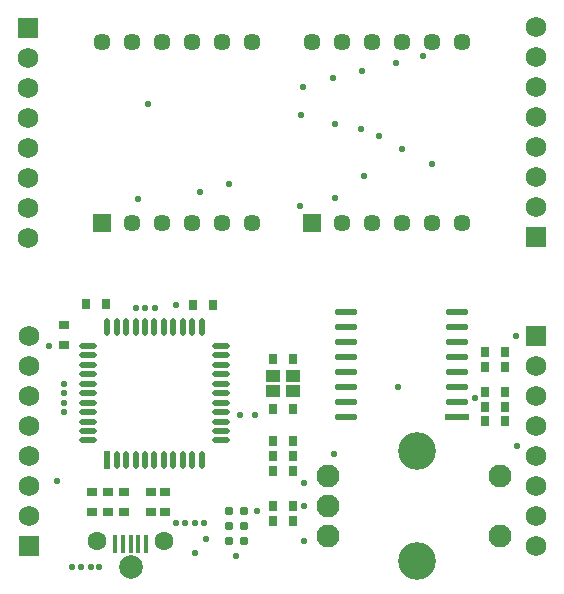
<source format=gts>
%FSLAX33Y33*%
%MOMM*%
%AMRect-W670710-H870710-RO0.500*
21,1,0.67071,0.87071,0.,0.,270*%
%AMRect-W670710-H870710-RO1.500*
21,1,0.67071,0.87071,0.,0.,90*%
%AMRect-W670710-H870710-RO1.000*
21,1,0.67071,0.87071,0.,0.,180*%
%AMRect-W1980000-H530000-RO1.000*
21,1,1.98,0.53,0.,0.,180*%
%AMRR-H530000-W1980000-R265000-RO1.000*
21,1,1.45,0.53,0.,0.,180*
1,1,0.53,0.725,-0.*
1,1,0.53,-0.725,-0.*
1,1,0.53,-0.725,0.*
1,1,0.53,0.725,0.*%
%AMRect-W1488281-H525831-RO1.500*
21,1,1.488281,0.525831,0.,0.,90*%
%AMRR-H525831-W1488281-R262915-RO1.500*
21,1,0.962451,0.525831,0.,0.,90*
21,1,1.488281,0.000001,0.,0.,90*
1,1,0.52583,-0.0000005,-0.4812255*
1,1,0.52583,-0.0000005,0.4812255*
1,1,0.52583,0.0000005,0.4812255*
1,1,0.52583,0.0000005,-0.4812255*%
%AMRR-H1488281-W525831-R262915-RO1.500*
21,1,0.000001,1.488281,0.,0.,90*
21,1,0.525831,0.962451,0.,0.,90*
1,1,0.52583,-0.4812255,-0.0000005*
1,1,0.52583,-0.4812255,0.0000005*
1,1,0.52583,0.4812255,0.0000005*
1,1,0.52583,0.4812255,-0.0000005*%
%AMRect-W1750000-H1750000-RO1.000*
21,1,1.75,1.75,0.,0.,180*%
%AMRect-W1450000-H1450000-RO1.500*
21,1,1.45,1.45,0.,0.,90*%
%ADD10C,0.5588*%
%ADD11R,0.67071X0.87071*%
%ADD12Rect-W670710-H870710-RO0.500*%
%ADD13Rect-W670710-H870710-RO1.500*%
%ADD14R,1.75X1.75*%
%ADD15C,1.75*%
%ADD16Rect-W670710-H870710-RO1.000*%
%ADD17R,1.2X1.*%
%ADD18C,0.787*%
%ADD19C,1.6*%
%ADD20R,0.45X1.5*%
%ADD21C,2.*%
%ADD22Rect-W1980000-H530000-RO1.000*%
%ADD23RR-H530000-W1980000-R265000-RO1.000*%
%ADD24C,1.949999*%
%ADD25C,3.2*%
%ADD26Rect-W1488281-H525831-RO1.500*%
%ADD27RR-H525831-W1488281-R262915-RO1.500*%
%ADD28RR-H1488281-W525831-R262915-RO1.500*%
%ADD29C,1.75*%
%ADD30Rect-W1750000-H1750000-RO1.000*%
%ADD31C,1.45*%
%ADD32Rect-W1450000-H1450000-RO1.500*%
D10*
%LNtop solder mask_traces*%
G01*
X6520Y14940D03*
X31883Y34960D03*
X36925Y45105D03*
X18500Y4165D03*
X26565Y40075D03*
X26829Y4050D03*
X26765Y42455D03*
X13360Y23750D03*
X44750Y21390D03*
X17573Y3014D03*
X34575Y44505D03*
X34800Y17085D03*
X44844Y12078D03*
X5237Y20540D03*
X6520Y16540D03*
X41300Y16100D03*
X17573Y5581D03*
X35135Y37250D03*
X6520Y17340D03*
X22850Y6560D03*
X31675Y38950D03*
X7200Y1864D03*
X17983Y33590D03*
X16023Y24050D03*
X5874Y9108D03*
X12773Y32975D03*
X16773Y5581D03*
X37675Y35975D03*
X13650Y41000D03*
X9499Y1864D03*
X21440Y14677D03*
X29443Y39302D03*
X12560Y23750D03*
X29385Y11400D03*
X33150Y38350D03*
X8750Y1864D03*
X14192Y23750D03*
X20508Y34240D03*
X29443Y33035D03*
X31765Y43850D03*
X21100Y2750D03*
X29295Y43205D03*
X22668Y14677D03*
X26829Y6990D03*
X7950Y1864D03*
X15995Y5581D03*
X26829Y8900D03*
X6520Y15740D03*
X18359Y5581D03*
X26505Y32380D03*
%LNtop solder mask component b91ffdef01e00872*%
D11*
X42175Y14169D03*
X43875Y14169D03*
%LNtop solder mask component 84cf0bd8b20b0987*%
D12*
X6520Y22312D03*
X6520Y20612D03*
%LNtop solder mask component ec25ffb4a5f22221*%
D11*
X24191Y5698D03*
X25891Y5698D03*
%LNtop solder mask component ddd6a926bc8c1dc3*%
D13*
X11585Y6500D03*
X11585Y8200D03*
%LNtop solder mask component bca8d065b4743895*%
D14*
X3500Y3610D03*
D15*
X3500Y6150D03*
X3500Y8690D03*
X3500Y11230D03*
X3500Y13770D03*
X3500Y16310D03*
X3500Y18850D03*
X3500Y21390D03*
%LNtop solder mask component fce28939f63c5dc8*%
D16*
X10088Y24075D03*
X8388Y24075D03*
%LNtop solder mask component 8c92817f578251b9*%
D13*
X13897Y6500D03*
X13897Y8200D03*
%LNtop solder mask component b727e9ed986f8142*%
D17*
X24170Y16700D03*
X25870Y16700D03*
X25870Y18000D03*
X24170Y18000D03*
%LNtop solder mask component d2a4fe636fd95985*%
D11*
X24191Y6990D03*
X25891Y6990D03*
%LNtop solder mask component debbb84a84d15ed6*%
D18*
X21735Y5290D03*
X20465Y6560D03*
X21735Y6560D03*
X20465Y5290D03*
X20465Y4020D03*
X21735Y4020D03*
%LNtop solder mask component abbcac8aa2df2ad2*%
D14*
X46460Y29770D03*
D15*
X46460Y32310D03*
X46460Y34850D03*
X46460Y37390D03*
X46460Y39930D03*
X46460Y42470D03*
X46460Y45010D03*
X46460Y47550D03*
%LNtop solder mask component b94161c78b1874cc*%
D19*
X9335Y4014D03*
D20*
X10835Y3764D03*
D21*
X12135Y1864D03*
D20*
X11485Y3764D03*
X13435Y3764D03*
D19*
X14935Y4014D03*
D20*
X12135Y3764D03*
X12785Y3764D03*
%LNtop solder mask component 51ec350bf9d700a2*%
D11*
X24170Y15233D03*
X25870Y15233D03*
%LNtop solder mask component 1511dc9a44b694e0*%
D16*
X25891Y9913D03*
X24191Y9913D03*
%LNtop solder mask component 12e2b8e352b79090*%
X25870Y19435D03*
X24170Y19435D03*
%LNtop solder mask component 3ba8622ba2662513*%
D11*
X42175Y18754D03*
X43875Y18754D03*
%LNtop solder mask component e813251b1ef1d0c8*%
D22*
X39745Y14545D03*
D23*
X39745Y15815D03*
X39745Y17085D03*
X39745Y18355D03*
X39745Y19625D03*
X39745Y20895D03*
X39745Y22165D03*
X39745Y23435D03*
X30375Y23435D03*
X30375Y22165D03*
X30375Y20895D03*
X30375Y19625D03*
X30375Y18355D03*
X30375Y17085D03*
X30375Y15815D03*
X30375Y14545D03*
%LNtop solder mask component 2d768b8b602cab3a*%
D13*
X15062Y6500D03*
X15062Y8200D03*
%LNtop solder mask component 48381ae9b0a13e44*%
D16*
X25891Y12455D03*
X24191Y12455D03*
%LNtop solder mask component 0f1de3bf73c6ccd1*%
X25891Y11185D03*
X24191Y11185D03*
%LNtop solder mask component 23b1068e5906a491*%
X19132Y24050D03*
X17432Y24050D03*
%LNtop solder mask component c3a2e014ce3ec141*%
D24*
X28885Y9490D03*
X28885Y6990D03*
X28885Y4490D03*
X43385Y9490D03*
X43385Y4490D03*
D25*
X36385Y11640D03*
X36385Y2340D03*
%LNtop solder mask component 7822d83bbbda28c0*%
D26*
X10160Y10899D03*
D27*
X10960Y10899D03*
X11760Y10899D03*
X12560Y10899D03*
X13360Y10899D03*
X14160Y10899D03*
X14960Y10899D03*
X15760Y10899D03*
X16560Y10899D03*
X17360Y10899D03*
X18160Y10899D03*
X18160Y22181D03*
X17360Y22181D03*
X16560Y22181D03*
X15760Y22181D03*
X14960Y22181D03*
X14160Y22181D03*
X13360Y22181D03*
X12560Y22181D03*
X11760Y22181D03*
X10960Y22181D03*
X10160Y22181D03*
D28*
X19801Y12540D03*
X19801Y13340D03*
X19801Y14140D03*
X19801Y14940D03*
X19801Y15740D03*
X19801Y16540D03*
X19801Y17340D03*
X19801Y18140D03*
X19801Y18940D03*
X19801Y19740D03*
X19801Y20540D03*
X8519Y20540D03*
X8519Y19740D03*
X8519Y18940D03*
X8519Y18140D03*
X8519Y17340D03*
X8519Y16540D03*
X8519Y15740D03*
X8519Y14940D03*
X8519Y14140D03*
X8519Y13340D03*
X8519Y12540D03*
%LNtop solder mask component 3c27278c148a2f04*%
D16*
X43875Y16650D03*
X42175Y16650D03*
%LNtop solder mask component c71e0ad25ac2378d*%
D29*
X3460Y44910D03*
X3460Y42370D03*
X3460Y39830D03*
X3460Y37290D03*
X3460Y34750D03*
X3460Y32210D03*
X3460Y29670D03*
D30*
X3460Y47450D03*
%LNtop solder mask component 5766e69468e6c804*%
D11*
X42175Y20024D03*
X43875Y20024D03*
%LNtop solder mask component ec5ddc3e9c6c7b47*%
D31*
X14805Y30970D03*
X19885Y30970D03*
X22425Y46270D03*
X17345Y46270D03*
X12265Y46270D03*
X12265Y30970D03*
X17345Y30970D03*
X22425Y30970D03*
X19885Y46270D03*
X14805Y46270D03*
X9725Y46270D03*
D32*
X9725Y30970D03*
%LNtop solder mask component b3b1496daab2cd3d*%
D11*
X42175Y15380D03*
X43875Y15380D03*
%LNtop solder mask component 12bee7e14ac3c08e*%
D29*
X46500Y18850D03*
X46500Y16310D03*
X46500Y13770D03*
X46500Y11230D03*
X46500Y8690D03*
X46500Y6150D03*
X46500Y3610D03*
D30*
X46500Y21390D03*
%LNtop solder mask component ee30c7fa9c17aba8*%
D13*
X8897Y6500D03*
X8897Y8200D03*
%LNtop solder mask component 4bf68f377a3ec8f9*%
X10259Y6500D03*
X10259Y8200D03*
%LNtop solder mask component a433c07c415dc932*%
D31*
X32585Y30970D03*
X37665Y30970D03*
X40205Y46270D03*
X35125Y46270D03*
X30045Y46270D03*
X30045Y30970D03*
X35125Y30970D03*
X40205Y30970D03*
X37665Y46270D03*
X32585Y46270D03*
X27505Y46270D03*
D32*
X27505Y30970D03*
M02*
</source>
